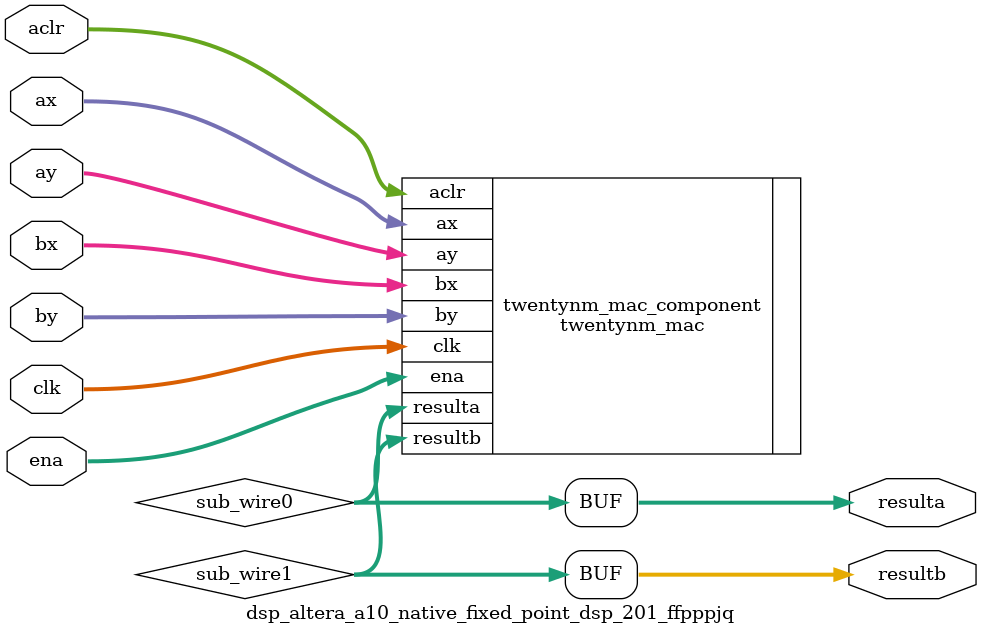
<source format=v>


`timescale 1 ps / 1 ps
// synopsys translate_on
module  dsp_altera_a10_native_fixed_point_dsp_201_ffpppjq  (
            aclr,
            ax,
            ay,
            bx,
            by,
            clk,
            ena,
            resulta,
            resultb);

            input [1:0] aclr;
            input [17:0] ax;
            input [17:0] ay;
            input [17:0] bx;
            input [17:0] by;
            input [2:0] clk;
            input [2:0] ena;
            output [36:0] resulta;
            output [36:0] resultb;

            wire [36:0] sub_wire0;
            wire [36:0] sub_wire1;
            wire [36:0] resulta = sub_wire0[36:0];    
            wire [36:0] resultb = sub_wire1[36:0];    

            twentynm_mac        twentynm_mac_component (
                                        .aclr (aclr),
                                        .ax (ax),
                                        .ay (ay),
                                        .bx (bx),
                                        .by (by),
                                        .clk (clk),
                                        .ena (ena),
                                        .resulta (sub_wire0),
                                        .resultb (sub_wire1));
            defparam
                    twentynm_mac_component.ax_width = 18,
                    twentynm_mac_component.ay_scan_in_width = 18,
                    twentynm_mac_component.bx_width = 18,
                    twentynm_mac_component.by_width = 18,
                    twentynm_mac_component.operation_mode = "m18x18_full",
                    twentynm_mac_component.mode_sub_location = 0,
                    twentynm_mac_component.operand_source_max = "input",
                    twentynm_mac_component.operand_source_may = "input",
                    twentynm_mac_component.operand_source_mbx = "input",
                    twentynm_mac_component.operand_source_mby = "input",
                    twentynm_mac_component.signed_max = "false",
                    twentynm_mac_component.signed_may = "true",
                    twentynm_mac_component.signed_mbx = "false",
                    twentynm_mac_component.signed_mby = "true",
                    twentynm_mac_component.preadder_subtract_a = "false",
                    twentynm_mac_component.preadder_subtract_b = "false",
                    twentynm_mac_component.ay_use_scan_in = "false",
                    twentynm_mac_component.by_use_scan_in = "false",
                    twentynm_mac_component.delay_scan_out_ay = "false",
                    twentynm_mac_component.delay_scan_out_by = "false",
                    twentynm_mac_component.use_chainadder = "false",
                    twentynm_mac_component.enable_double_accum = "false",
                    twentynm_mac_component.load_const_value = 0,
                    twentynm_mac_component.coef_a_0 = 0,
                    twentynm_mac_component.coef_a_1 = 0,
                    twentynm_mac_component.coef_a_2 = 0,
                    twentynm_mac_component.coef_a_3 = 0,
                    twentynm_mac_component.coef_a_4 = 0,
                    twentynm_mac_component.coef_a_5 = 0,
                    twentynm_mac_component.coef_a_6 = 0,
                    twentynm_mac_component.coef_a_7 = 0,
                    twentynm_mac_component.coef_b_0 = 0,
                    twentynm_mac_component.coef_b_1 = 0,
                    twentynm_mac_component.coef_b_2 = 0,
                    twentynm_mac_component.coef_b_3 = 0,
                    twentynm_mac_component.coef_b_4 = 0,
                    twentynm_mac_component.coef_b_5 = 0,
                    twentynm_mac_component.coef_b_6 = 0,
                    twentynm_mac_component.coef_b_7 = 0,
                    twentynm_mac_component.ax_clock = "none",
                    twentynm_mac_component.ay_scan_in_clock = "none",
                    twentynm_mac_component.az_clock = "none",
                    twentynm_mac_component.bx_clock = "none",
                    twentynm_mac_component.by_clock = "none",
                    twentynm_mac_component.bz_clock = "none",
                    twentynm_mac_component.coef_sel_a_clock = "none",
                    twentynm_mac_component.coef_sel_b_clock = "none",
                    twentynm_mac_component.sub_clock = "none",
                    twentynm_mac_component.sub_pipeline_clock = "none",
                    twentynm_mac_component.negate_clock = "none",
                    twentynm_mac_component.negate_pipeline_clock = "none",
                    twentynm_mac_component.accumulate_clock = "none",
                    twentynm_mac_component.accum_pipeline_clock = "none",
                    twentynm_mac_component.load_const_clock = "none",
                    twentynm_mac_component.load_const_pipeline_clock = "none",
                    twentynm_mac_component.input_pipeline_clock = "0",
                    twentynm_mac_component.output_clock = "0",
                    twentynm_mac_component.scan_out_width = 18,
                    twentynm_mac_component.result_a_width = 37,
                    twentynm_mac_component.result_b_width = 37;


endmodule



</source>
